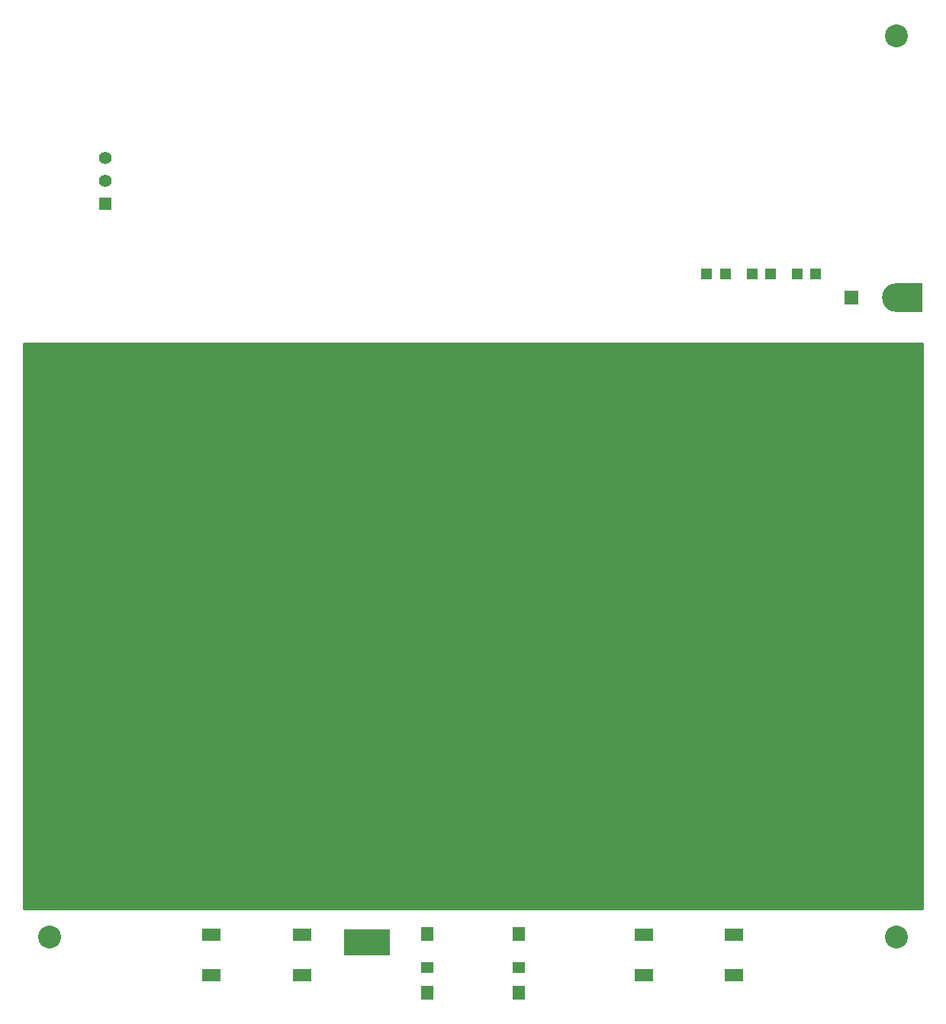
<source format=gbr>
%TF.GenerationSoftware,KiCad,Pcbnew,no-vcs-found-9b4eddb~60~ubuntu16.04.1*%
%TF.CreationDate,2017-11-10T14:06:11+01:00*%
%TF.ProjectId,OpenDropV3,4F70656E44726F7056332E6B69636164,rev?*%
%TF.SameCoordinates,Original*%
%TF.FileFunction,Soldermask,Top*%
%TF.FilePolarity,Negative*%
%FSLAX46Y46*%
G04 Gerber Fmt 4.6, Leading zero omitted, Abs format (unit mm)*
G04 Created by KiCad (PCBNEW no-vcs-found-9b4eddb~60~ubuntu16.04.1) date Fri Nov 10 14:06:11 2017*
%MOMM*%
%LPD*%
G01*
G04 APERTURE LIST*
%ADD10R,3.000000X3.200000*%
%ADD11C,3.200000*%
%ADD12R,1.500000X2.250000*%
%ADD13C,0.604800*%
%ADD14R,2.250000X2.250000*%
%ADD15R,3.300000X8.000000*%
%ADD16R,3.300000X2.250000*%
%ADD17C,0.600000*%
%ADD18R,5.200000X3.000000*%
%ADD19R,1.198880X1.198880*%
%ADD20R,1.397000X1.397000*%
%ADD21C,1.397000*%
%ADD22R,1.400000X1.500000*%
%ADD23R,1.400000X1.300000*%
%ADD24C,2.540000*%
%ADD25R,2.100000X1.400000*%
%ADD26R,1.501140X1.501140*%
%ADD27C,0.254000*%
G04 APERTURE END LIST*
D10*
%TO.C,P2*%
X148463000Y-63000000D03*
D11*
X146963000Y-63000000D03*
%TD*%
D12*
%TO.C,FLUXL_1_3*%
X74875000Y-92625000D03*
D13*
X76625000Y-92625000D03*
D14*
X76625000Y-92625000D03*
%TD*%
D12*
%TO.C,FLUXL_1_6*%
X74875000Y-106375000D03*
D13*
X76625000Y-106375000D03*
D14*
X76625000Y-106375000D03*
%TD*%
D12*
%TO.C,FLUXL_16_3*%
X125125000Y-92625000D03*
D13*
X123375000Y-92625000D03*
D14*
X123375000Y-92625000D03*
%TD*%
D12*
%TO.C,FLUXL_16_6*%
X125125000Y-106375000D03*
D13*
X123375000Y-106375000D03*
D14*
X123375000Y-106375000D03*
%TD*%
D15*
%TO.C,FLUXL_16_1*%
X129900000Y-92625000D03*
D16*
X127500000Y-89875000D03*
X127500000Y-95375000D03*
D14*
X127500000Y-92625000D03*
D13*
X127500000Y-92625000D03*
D14*
X124750000Y-95375000D03*
X124750000Y-89875000D03*
%TD*%
D15*
%TO.C,FLUXL_1_8*%
X70100000Y-106375000D03*
D16*
X72500000Y-109125000D03*
X72500000Y-103625000D03*
D14*
X72500000Y-106375000D03*
D13*
X72500000Y-106375000D03*
D14*
X75250000Y-103625000D03*
X75250000Y-109125000D03*
%TD*%
D15*
%TO.C,FLUXL_16_8*%
X129900000Y-106375000D03*
D16*
X127500000Y-103625000D03*
X127500000Y-109125000D03*
D14*
X127500000Y-106375000D03*
D13*
X127500000Y-106375000D03*
D14*
X124750000Y-109125000D03*
X124750000Y-103625000D03*
%TD*%
D15*
%TO.C,FLUXL_1_1*%
X70100000Y-92625000D03*
D16*
X72500000Y-95375000D03*
X72500000Y-89875000D03*
D14*
X72500000Y-92625000D03*
D13*
X72500000Y-92625000D03*
D14*
X75250000Y-89875000D03*
X75250000Y-95375000D03*
%TD*%
D17*
%TO.C,SP1*%
X90265000Y-135539000D03*
X89265000Y-135539000D03*
X88265000Y-135539000D03*
X87265000Y-135539000D03*
X86265000Y-135539000D03*
X90265000Y-134539000D03*
X89765000Y-135039000D03*
X89265000Y-134539000D03*
X88765000Y-135039000D03*
X88265000Y-134539000D03*
X87765000Y-135039000D03*
X87265000Y-134539000D03*
X86765000Y-135039000D03*
X86265000Y-134539000D03*
X90265000Y-133539000D03*
X89765000Y-134039000D03*
X89265000Y-133539000D03*
X88765000Y-134039000D03*
X88265000Y-133539000D03*
X87765000Y-134039000D03*
X87265000Y-133539000D03*
X86765000Y-134039000D03*
X86265000Y-133539000D03*
D18*
X88265000Y-134539000D03*
%TD*%
D19*
%TO.C,LED1*%
X128049020Y-60411000D03*
X125950980Y-60411000D03*
%TD*%
D11*
%TO.C,P14*%
X144000000Y-74000000D03*
%TD*%
D13*
%TO.C,FLUXL_1_5b1*%
X78000000Y-109125000D03*
D14*
X78000000Y-109125000D03*
%TD*%
D20*
%TO.C,SW5*%
X59230000Y-52605000D03*
D21*
X59230000Y-50065000D03*
X59230000Y-47525000D03*
%TD*%
D22*
%TO.C,JS1*%
X94900000Y-133675000D03*
X105100000Y-133675000D03*
X94900000Y-140175000D03*
X105100000Y-140175000D03*
D23*
X94900000Y-137375000D03*
X105100000Y-137375000D03*
%TD*%
D24*
%TO.C,REF\002A\002A*%
X147000000Y-134000000D03*
%TD*%
%TO.C,REF\002A\002A*%
X147000000Y-34000000D03*
%TD*%
%TO.C,REF\002A\002A*%
X53000000Y-134000000D03*
%TD*%
D25*
%TO.C,SW1*%
X71000000Y-138250000D03*
X71000000Y-133750000D03*
X81000000Y-138250000D03*
X81000000Y-133750000D03*
%TD*%
%TO.C,SW2*%
X119000000Y-138250000D03*
X119000000Y-133750000D03*
X129000000Y-138250000D03*
X129000000Y-133750000D03*
%TD*%
D11*
%TO.C,P13*%
X56000000Y-74000000D03*
%TD*%
D26*
%TO.C,P1*%
X142000000Y-63000000D03*
%TD*%
D19*
%TO.C,LED2*%
X133049020Y-60411000D03*
X130950980Y-60411000D03*
%TD*%
D11*
%TO.C,P15*%
X56000000Y-125000000D03*
%TD*%
%TO.C,P16*%
X144000000Y-125000000D03*
%TD*%
D19*
%TO.C,LED3*%
X138049020Y-60411000D03*
X135950980Y-60411000D03*
%TD*%
D14*
%TO.C,FLUXL_3_2*%
X84875000Y-92625000D03*
D13*
X84875000Y-92625000D03*
%TD*%
D14*
%TO.C,FLUXL_3_3*%
X84875000Y-95375000D03*
D13*
X84875000Y-95375000D03*
%TD*%
D14*
%TO.C,FLUXL_3_4*%
X84875000Y-98125000D03*
D13*
X84875000Y-98125000D03*
%TD*%
D14*
%TO.C,FLUXL_3_5*%
X84875000Y-100875000D03*
D13*
X84875000Y-100875000D03*
%TD*%
D14*
%TO.C,FLUXL_3_6*%
X84875000Y-103625000D03*
D13*
X84875000Y-103625000D03*
%TD*%
%TO.C,FLUXL_3_7*%
X84875000Y-106375000D03*
D14*
X84875000Y-106375000D03*
%TD*%
D13*
%TO.C,FLUXL_4_2*%
X87625000Y-92625000D03*
D14*
X87625000Y-92625000D03*
%TD*%
%TO.C,FLUXL_4_3*%
X87625000Y-95375000D03*
D13*
X87625000Y-95375000D03*
%TD*%
%TO.C,FLUXL_4_4*%
X87625000Y-98125000D03*
D14*
X87625000Y-98125000D03*
%TD*%
D13*
%TO.C,FLUXL_4_5*%
X87625000Y-100875000D03*
D14*
X87625000Y-100875000D03*
%TD*%
%TO.C,FLUXL_4_6*%
X87625000Y-103625000D03*
D13*
X87625000Y-103625000D03*
%TD*%
%TO.C,FLUXL_4_7*%
X87625000Y-106375000D03*
D14*
X87625000Y-106375000D03*
%TD*%
%TO.C,FLUXL_5_2*%
X90375000Y-92625000D03*
D13*
X90375000Y-92625000D03*
%TD*%
D14*
%TO.C,FLUXL_5_3*%
X90375000Y-95375000D03*
D13*
X90375000Y-95375000D03*
%TD*%
D14*
%TO.C,FLUXL_5_4*%
X90375000Y-98125000D03*
D13*
X90375000Y-98125000D03*
%TD*%
D14*
%TO.C,FLUXL_5_5*%
X90375000Y-100875000D03*
D13*
X90375000Y-100875000D03*
%TD*%
D14*
%TO.C,FLUXL_5_6*%
X90375000Y-103625000D03*
D13*
X90375000Y-103625000D03*
%TD*%
%TO.C,FLUXL_5_7*%
X90375000Y-106375000D03*
D14*
X90375000Y-106375000D03*
%TD*%
D13*
%TO.C,FLUXL_6_2*%
X93125000Y-92625000D03*
D14*
X93125000Y-92625000D03*
%TD*%
D13*
%TO.C,FLUXL_6_3*%
X93125000Y-95375000D03*
D14*
X93125000Y-95375000D03*
%TD*%
D13*
%TO.C,FLUXL_6_4*%
X93125000Y-98125000D03*
D14*
X93125000Y-98125000D03*
%TD*%
D13*
%TO.C,FLUXL_6_5*%
X93125000Y-100875000D03*
D14*
X93125000Y-100875000D03*
%TD*%
%TO.C,FLUXL_6_6*%
X93125000Y-103625000D03*
D13*
X93125000Y-103625000D03*
%TD*%
D14*
%TO.C,FLUXL_6_7*%
X93125000Y-106375000D03*
D13*
X93125000Y-106375000D03*
%TD*%
D14*
%TO.C,FLUXL_7_2*%
X95875000Y-92625000D03*
D13*
X95875000Y-92625000D03*
%TD*%
D14*
%TO.C,FLUXL_7_3*%
X95875000Y-95375000D03*
D13*
X95875000Y-95375000D03*
%TD*%
D14*
%TO.C,FLUXL_7_4*%
X95875000Y-98125000D03*
D13*
X95875000Y-98125000D03*
%TD*%
D14*
%TO.C,FLUXL_7_5*%
X95875000Y-100875000D03*
D13*
X95875000Y-100875000D03*
%TD*%
%TO.C,FLUXL_7_6*%
X95875000Y-103625000D03*
D14*
X95875000Y-103625000D03*
%TD*%
D13*
%TO.C,FLUXL_7_7*%
X95875000Y-106375000D03*
D14*
X95875000Y-106375000D03*
%TD*%
D13*
%TO.C,FLUXL_8_2*%
X98625000Y-92625000D03*
D14*
X98625000Y-92625000D03*
%TD*%
D13*
%TO.C,FLUXL_8_3*%
X98625000Y-95375000D03*
D14*
X98625000Y-95375000D03*
%TD*%
D13*
%TO.C,FLUXL_8_4*%
X98625000Y-98125000D03*
D14*
X98625000Y-98125000D03*
%TD*%
D13*
%TO.C,FLUXL_8_5*%
X98625000Y-100875000D03*
D14*
X98625000Y-100875000D03*
%TD*%
%TO.C,FLUXL_8_6*%
X98625000Y-103625000D03*
D13*
X98625000Y-103625000D03*
%TD*%
D14*
%TO.C,FLUXL_8_7*%
X98625000Y-106375000D03*
D13*
X98625000Y-106375000D03*
%TD*%
%TO.C,FLUXL_9_2*%
X101375000Y-92625000D03*
D14*
X101375000Y-92625000D03*
%TD*%
%TO.C,FLUXL_9_3*%
X101375000Y-95375000D03*
D13*
X101375000Y-95375000D03*
%TD*%
D14*
%TO.C,FLUXL_9_4*%
X101375000Y-98125000D03*
D13*
X101375000Y-98125000D03*
%TD*%
%TO.C,FLUXL_9_5*%
X101375000Y-100875000D03*
D14*
X101375000Y-100875000D03*
%TD*%
%TO.C,FLUXL_9_6*%
X101375000Y-103625000D03*
D13*
X101375000Y-103625000D03*
%TD*%
D14*
%TO.C,FLUXL_9_7*%
X101375000Y-106375000D03*
D13*
X101375000Y-106375000D03*
%TD*%
%TO.C,FLUXL_10_2*%
X104125000Y-92625000D03*
D14*
X104125000Y-92625000D03*
%TD*%
D13*
%TO.C,FLUXL_10_3*%
X104125000Y-95375000D03*
D14*
X104125000Y-95375000D03*
%TD*%
D13*
%TO.C,FLUXL_10_4*%
X104125000Y-98125000D03*
D14*
X104125000Y-98125000D03*
%TD*%
%TO.C,FLUXL_10_5*%
X104125000Y-100875000D03*
D13*
X104125000Y-100875000D03*
%TD*%
%TO.C,FLUXL_10_6*%
X104125000Y-103625000D03*
D14*
X104125000Y-103625000D03*
%TD*%
D13*
%TO.C,FLUXL_10_7*%
X104125000Y-106375000D03*
D14*
X104125000Y-106375000D03*
%TD*%
%TO.C,FLUXL_11_2*%
X106875000Y-92625000D03*
D13*
X106875000Y-92625000D03*
%TD*%
D14*
%TO.C,FLUXL_11_3*%
X106875000Y-95375000D03*
D13*
X106875000Y-95375000D03*
%TD*%
D14*
%TO.C,FLUXL_11_4*%
X106875000Y-98125000D03*
D13*
X106875000Y-98125000D03*
%TD*%
D14*
%TO.C,FLUXL_11_5*%
X106875000Y-100875000D03*
D13*
X106875000Y-100875000D03*
%TD*%
D14*
%TO.C,FLUXL_11_6*%
X106875000Y-103625000D03*
D13*
X106875000Y-103625000D03*
%TD*%
D14*
%TO.C,FLUXL_11_7*%
X106875000Y-106375000D03*
D13*
X106875000Y-106375000D03*
%TD*%
%TO.C,FLUXL_12_2*%
X109625000Y-92625000D03*
D14*
X109625000Y-92625000D03*
%TD*%
D13*
%TO.C,FLUXL_12_3*%
X109625000Y-95375000D03*
D14*
X109625000Y-95375000D03*
%TD*%
%TO.C,FLUXL_12_4*%
X109625000Y-98125000D03*
D13*
X109625000Y-98125000D03*
%TD*%
%TO.C,FLUXL_12_5*%
X109625000Y-100875000D03*
D14*
X109625000Y-100875000D03*
%TD*%
D13*
%TO.C,FLUXL_12_6*%
X109625000Y-103625000D03*
D14*
X109625000Y-103625000D03*
%TD*%
D13*
%TO.C,FLUXL_12_7*%
X109625000Y-106375000D03*
D14*
X109625000Y-106375000D03*
%TD*%
%TO.C,FLUXL_13_2*%
X112375000Y-92625000D03*
D13*
X112375000Y-92625000D03*
%TD*%
D14*
%TO.C,FLUXL_13_3*%
X112375000Y-95375000D03*
D13*
X112375000Y-95375000D03*
%TD*%
%TO.C,FLUXL_13_4*%
X112375000Y-98125000D03*
D14*
X112375000Y-98125000D03*
%TD*%
%TO.C,FLUXL_13_5*%
X112375000Y-100875000D03*
D13*
X112375000Y-100875000D03*
%TD*%
D14*
%TO.C,FLUXL_13_6*%
X112375000Y-103625000D03*
D13*
X112375000Y-103625000D03*
%TD*%
D14*
%TO.C,FLUXL_13_7*%
X112375000Y-106375000D03*
D13*
X112375000Y-106375000D03*
%TD*%
%TO.C,FLUXL_14_2*%
X115125000Y-92625000D03*
D14*
X115125000Y-92625000D03*
%TD*%
D13*
%TO.C,FLUXL_14_3*%
X115125000Y-95375000D03*
D14*
X115125000Y-95375000D03*
%TD*%
%TO.C,FLUXL_14_4*%
X115125000Y-98125000D03*
D13*
X115125000Y-98125000D03*
%TD*%
%TO.C,FLUXL_14_5*%
X115125000Y-100875000D03*
D14*
X115125000Y-100875000D03*
%TD*%
D13*
%TO.C,FLUXL_14_6*%
X115125000Y-103625000D03*
D14*
X115125000Y-103625000D03*
%TD*%
D13*
%TO.C,FLUXL_14_7*%
X115125000Y-106375000D03*
D14*
X115125000Y-106375000D03*
%TD*%
%TO.C,FLUXL_1_2*%
X79375000Y-92625000D03*
D13*
X79375000Y-92625000D03*
%TD*%
%TO.C,FLUXL_1_4*%
X78000000Y-89875000D03*
D14*
X78000000Y-89875000D03*
%TD*%
%TO.C,FLUXL_1_5*%
X78000000Y-103625000D03*
D13*
X78000000Y-103625000D03*
%TD*%
%TO.C,FLUXL_1_7*%
X79375000Y-106375000D03*
D14*
X79375000Y-106375000D03*
%TD*%
%TO.C,FLUXL_2_1*%
X82125000Y-89875000D03*
D13*
X82125000Y-89875000D03*
%TD*%
D14*
%TO.C,FLUXL_2_3*%
X82125000Y-95375000D03*
D13*
X82125000Y-95375000D03*
%TD*%
D14*
%TO.C,FLUXL_2_4*%
X82125000Y-98125000D03*
D13*
X82125000Y-98125000D03*
%TD*%
%TO.C,FLUXL_2_5*%
X82125000Y-100875000D03*
D14*
X82125000Y-100875000D03*
%TD*%
D13*
%TO.C,FLUXL_2_6*%
X82125000Y-103625000D03*
D14*
X82125000Y-103625000D03*
%TD*%
D13*
%TO.C,FLUXL_3_1*%
X84875000Y-89875000D03*
D14*
X84875000Y-89875000D03*
%TD*%
D13*
%TO.C,FLUXL_4_8*%
X87625000Y-109125000D03*
D14*
X87625000Y-109125000D03*
%TD*%
%TO.C,FLUXL_5_1*%
X90375000Y-89875000D03*
D13*
X90375000Y-89875000D03*
%TD*%
D14*
%TO.C,FLUXL_6_8*%
X93125000Y-109125000D03*
D13*
X93125000Y-109125000D03*
%TD*%
D14*
%TO.C,FLUXL_7_1*%
X95875000Y-89875000D03*
D13*
X95875000Y-89875000D03*
%TD*%
%TO.C,FLUXL_8_8*%
X98625000Y-109125000D03*
D14*
X98625000Y-109125000D03*
%TD*%
D13*
%TO.C,FLUXL_9_1*%
X101375000Y-89875000D03*
D14*
X101375000Y-89875000D03*
%TD*%
%TO.C,FLUXL_9_8*%
X101375000Y-109125000D03*
D13*
X101375000Y-109125000D03*
%TD*%
%TO.C,FLUXL_10_1*%
X104125000Y-89875000D03*
D14*
X104125000Y-89875000D03*
%TD*%
D13*
%TO.C,FLUXL_10_8*%
X104125000Y-109125000D03*
D14*
X104125000Y-109125000D03*
%TD*%
%TO.C,FLUXL_11_1*%
X106875000Y-89875000D03*
D13*
X106875000Y-89875000D03*
%TD*%
D14*
%TO.C,FLUXL_11_8*%
X106875000Y-109125000D03*
D13*
X106875000Y-109125000D03*
%TD*%
D14*
%TO.C,FLUXL_12_1*%
X109625000Y-89875000D03*
D13*
X109625000Y-89875000D03*
%TD*%
%TO.C,FLUXL_12_8*%
X109625000Y-109125000D03*
D14*
X109625000Y-109125000D03*
%TD*%
%TO.C,FLUXL_13_1*%
X112375000Y-89875000D03*
D13*
X112375000Y-89875000D03*
%TD*%
D14*
%TO.C,FLUXL_13_8*%
X112375000Y-109125000D03*
D13*
X112375000Y-109125000D03*
%TD*%
%TO.C,FLUXL_14_1*%
X115125000Y-89875000D03*
D14*
X115125000Y-89875000D03*
%TD*%
%TO.C,FLUXL_14_8*%
X115125000Y-109125000D03*
D13*
X115125000Y-109125000D03*
%TD*%
D14*
%TO.C,FLUXL_15_1*%
X117875000Y-89875000D03*
D13*
X117875000Y-89875000D03*
%TD*%
%TO.C,FLUXL_15_3*%
X117875000Y-95375000D03*
D14*
X117875000Y-95375000D03*
%TD*%
%TO.C,FLUXL_15_4*%
X117875000Y-98125000D03*
D13*
X117875000Y-98125000D03*
%TD*%
D14*
%TO.C,FLUXL_15_5*%
X117875000Y-100875000D03*
D13*
X117875000Y-100875000D03*
%TD*%
D14*
%TO.C,FLUXL_15_6*%
X117875000Y-103625000D03*
D13*
X117875000Y-103625000D03*
%TD*%
%TO.C,FLUXL_15_8*%
X117875000Y-109125000D03*
D14*
X117875000Y-109125000D03*
%TD*%
%TO.C,FLUXL_2_8*%
X82125000Y-109125000D03*
D13*
X82125000Y-109125000D03*
%TD*%
D14*
%TO.C,FLUXL_3_8*%
X84875000Y-109125000D03*
D13*
X84875000Y-109125000D03*
%TD*%
D14*
%TO.C,FLUXL_5_8*%
X90375000Y-109125000D03*
D13*
X90375000Y-109125000D03*
%TD*%
D14*
%TO.C,FLUXL_6_1*%
X93125000Y-89875000D03*
D13*
X93125000Y-89875000D03*
%TD*%
D14*
%TO.C,FLUXL_7_8*%
X95875000Y-109125000D03*
D13*
X95875000Y-109125000D03*
%TD*%
D14*
%TO.C,FLUXL_8_1*%
X98625000Y-89875000D03*
D13*
X98625000Y-89875000D03*
%TD*%
D14*
%TO.C,FLUXL_4_1*%
X87625000Y-89875000D03*
D13*
X87625000Y-89875000D03*
%TD*%
%TO.C,FLUXL_16_2*%
X120625000Y-92625000D03*
D14*
X120625000Y-92625000D03*
%TD*%
%TO.C,FLUXL_16_4*%
X122000000Y-95375000D03*
D13*
X122000000Y-95375000D03*
%TD*%
D14*
%TO.C,FLUXL_16_5*%
X122000000Y-109125000D03*
D13*
X122000000Y-109125000D03*
%TD*%
D14*
%TO.C,FLUXL_16_7*%
X120625000Y-106375000D03*
D13*
X120625000Y-106375000D03*
%TD*%
D14*
%TO.C,FLUXL_2_2*%
X82125000Y-92625000D03*
D13*
X82125000Y-92625000D03*
%TD*%
D14*
%TO.C,FLUXL_2_7*%
X82125000Y-106375000D03*
D13*
X82125000Y-106375000D03*
%TD*%
D14*
%TO.C,FLUXL_15_2*%
X117875000Y-92625000D03*
D13*
X117875000Y-92625000D03*
%TD*%
%TO.C,FLUXL_15_7*%
X117875000Y-106375000D03*
D14*
X117875000Y-106375000D03*
%TD*%
%TO.C,FLUXL_16_4b1*%
X122000000Y-89875000D03*
D13*
X122000000Y-89875000D03*
%TD*%
%TO.C,FLUXL_1_4b1*%
X78000000Y-95375000D03*
D14*
X78000000Y-95375000D03*
%TD*%
%TO.C,FLUXL_16_5b1*%
X122000000Y-103625000D03*
D13*
X122000000Y-103625000D03*
%TD*%
D27*
G36*
X149885000Y-130869000D02*
X50139000Y-130869000D01*
X50139000Y-68123000D01*
X149885000Y-68123000D01*
X149885000Y-130869000D01*
X149885000Y-130869000D01*
G37*
X149885000Y-130869000D02*
X50139000Y-130869000D01*
X50139000Y-68123000D01*
X149885000Y-68123000D01*
X149885000Y-130869000D01*
M02*

</source>
